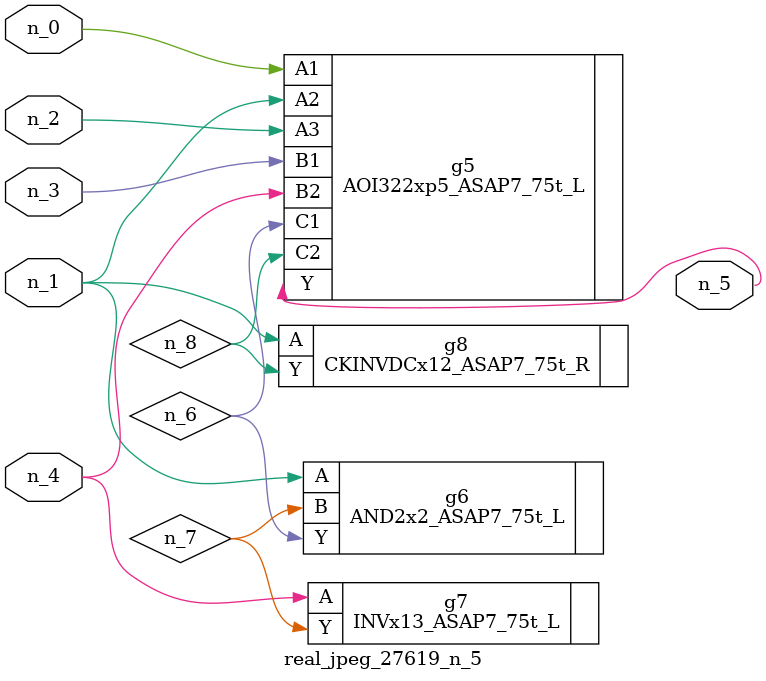
<source format=v>
module real_jpeg_27619_n_5 (n_4, n_0, n_1, n_2, n_3, n_5);

input n_4;
input n_0;
input n_1;
input n_2;
input n_3;

output n_5;

wire n_8;
wire n_6;
wire n_7;

AOI322xp5_ASAP7_75t_L g5 ( 
.A1(n_0),
.A2(n_1),
.A3(n_2),
.B1(n_3),
.B2(n_4),
.C1(n_6),
.C2(n_8),
.Y(n_5)
);

AND2x2_ASAP7_75t_L g6 ( 
.A(n_1),
.B(n_7),
.Y(n_6)
);

CKINVDCx12_ASAP7_75t_R g8 ( 
.A(n_1),
.Y(n_8)
);

INVx13_ASAP7_75t_L g7 ( 
.A(n_4),
.Y(n_7)
);


endmodule
</source>
